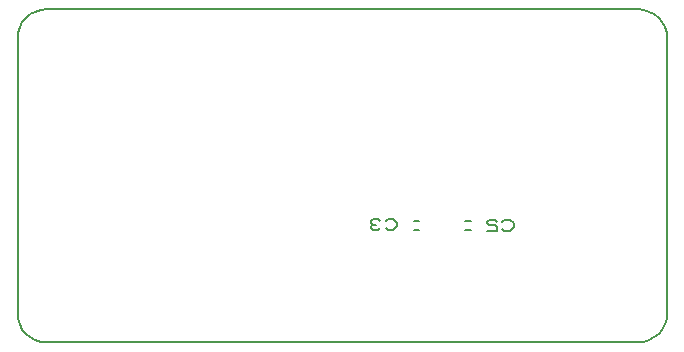
<source format=gbr>
G04 PROTEUS RS274X GERBER FILE*
%FSLAX45Y45*%
%MOMM*%
G01*
%ADD22C,0.203200*%
D22*
X+0Y+150000D02*
X+0Y+2470000D01*
X+250000Y+2720000D02*
X+5250000Y+2720000D01*
X+5500000Y+2470000D02*
X+5500000Y+150000D01*
X+5250000Y-100000D02*
X+250000Y-100000D01*
X+0Y+2470000D02*
X+4974Y+2521117D01*
X+19287Y+2568389D01*
X+42023Y+2610900D01*
X+72266Y+2647734D01*
X+109100Y+2677977D01*
X+151611Y+2700713D01*
X+198883Y+2715026D01*
X+250000Y+2720000D01*
X+0Y+150000D02*
X+4974Y+98883D01*
X+19287Y+51611D01*
X+42023Y+9100D01*
X+72266Y-27734D01*
X+109100Y-57977D01*
X+151611Y-80713D01*
X+198883Y-95026D01*
X+250000Y-100000D01*
X+5250000Y-100000D02*
X+5301117Y-95026D01*
X+5348389Y-80713D01*
X+5390900Y-57977D01*
X+5427734Y-27734D01*
X+5457977Y+9100D01*
X+5480713Y+51611D01*
X+5495026Y+98883D01*
X+5500000Y+150000D01*
X+5500000Y+2470000D02*
X+5495026Y+2521117D01*
X+5480713Y+2568389D01*
X+5457977Y+2610900D01*
X+5427734Y+2647734D01*
X+5390900Y+2677977D01*
X+5348389Y+2700713D01*
X+5301117Y+2715026D01*
X+5250000Y+2720000D01*
X+3790780Y+849360D02*
X+3836500Y+849360D01*
X+3790780Y+930640D02*
X+3836500Y+930640D01*
X+4105390Y+862520D02*
X+4121265Y+847280D01*
X+4168890Y+847280D01*
X+4200640Y+877760D01*
X+4200640Y+908240D01*
X+4168890Y+938720D01*
X+4121265Y+938720D01*
X+4105390Y+923480D01*
X+4057765Y+923480D02*
X+4041890Y+938720D01*
X+3994265Y+938720D01*
X+3978390Y+923480D01*
X+3978390Y+908240D01*
X+3994265Y+893000D01*
X+4041890Y+893000D01*
X+4057765Y+877760D01*
X+4057765Y+847280D01*
X+3978390Y+847280D01*
X+3399220Y+930640D02*
X+3353500Y+930640D01*
X+3399220Y+849360D02*
X+3353500Y+849360D01*
X+3118110Y+866520D02*
X+3133985Y+851280D01*
X+3181610Y+851280D01*
X+3213360Y+881760D01*
X+3213360Y+912240D01*
X+3181610Y+942720D01*
X+3133985Y+942720D01*
X+3118110Y+927480D01*
X+3070485Y+927480D02*
X+3054610Y+942720D01*
X+3006985Y+942720D01*
X+2991110Y+927480D01*
X+2991110Y+912240D01*
X+3006985Y+897000D01*
X+2991110Y+881760D01*
X+2991110Y+866520D01*
X+3006985Y+851280D01*
X+3054610Y+851280D01*
X+3070485Y+866520D01*
X+3038735Y+897000D02*
X+3006985Y+897000D01*
M02*

</source>
